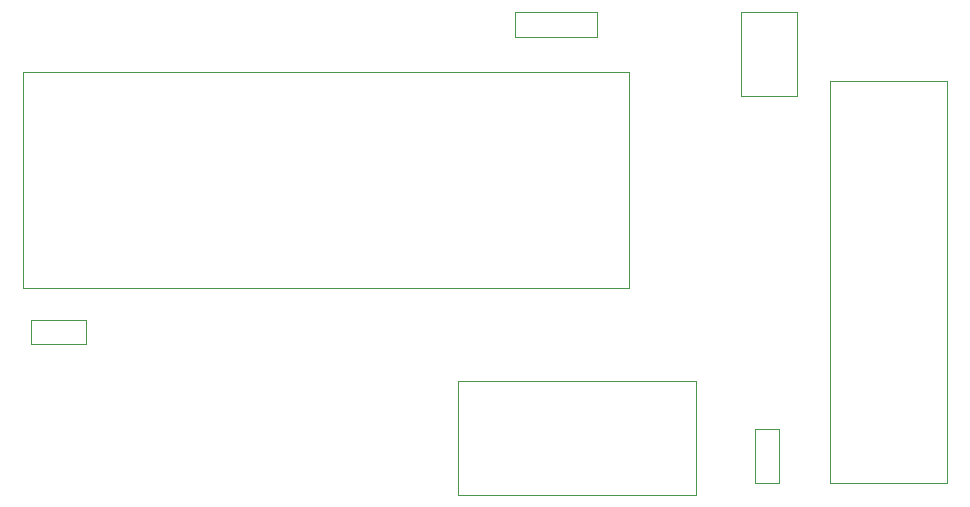
<source format=gbr>
G04 #@! TF.GenerationSoftware,KiCad,Pcbnew,8.99.0-unknown-5c22162d85~178~ubuntu22.04.1*
G04 #@! TF.CreationDate,2024-07-16T15:39:20+01:00*
G04 #@! TF.ProjectId,Lego9767,4c65676f-3937-4363-972e-6b696361645f,1.0.1*
G04 #@! TF.SameCoordinates,Original*
G04 #@! TF.FileFunction,Other,User*
%FSLAX46Y46*%
G04 Gerber Fmt 4.6, Leading zero omitted, Abs format (unit mm)*
G04 Created by KiCad (PCBNEW 8.99.0-unknown-5c22162d85~178~ubuntu22.04.1) date 2024-07-16 15:39:20*
%MOMM*%
%LPD*%
G01*
G04 APERTURE LIST*
%ADD10C,0.050000*%
G04 APERTURE END LIST*
D10*
X203641906Y-73450000D02*
X203641906Y-75550000D01*
X203641906Y-75550000D02*
X210621906Y-75550000D01*
X210621906Y-73450000D02*
X203641906Y-73450000D01*
X210621906Y-75550000D02*
X210621906Y-73450000D01*
X162040000Y-78480000D02*
X213340000Y-78480000D01*
X162040000Y-96760000D02*
X162040000Y-78480000D01*
X213340000Y-78480000D02*
X213340000Y-96760000D01*
X213340000Y-96760000D02*
X162040000Y-96760000D01*
X222761906Y-80550000D02*
X222761906Y-73450000D01*
X222761906Y-80550000D02*
X227501906Y-80550000D01*
X227501906Y-73450000D02*
X222761906Y-73450000D01*
X227501906Y-73450000D02*
X227501906Y-80550000D01*
X198825000Y-114275000D02*
X198825000Y-104665000D01*
X219015000Y-104665000D02*
X198825000Y-104665000D01*
X219015000Y-114275000D02*
X198825000Y-114275000D01*
X219015000Y-114275000D02*
X219015000Y-104665000D01*
X230320000Y-79240000D02*
X230320000Y-113300000D01*
X230320000Y-113300000D02*
X240220000Y-113300000D01*
X240220000Y-79240000D02*
X230320000Y-79240000D01*
X240220000Y-113300000D02*
X240220000Y-79240000D01*
X223950000Y-108700000D02*
X223950000Y-113300000D01*
X223950000Y-113300000D02*
X226050000Y-113300000D01*
X226050000Y-108700000D02*
X223950000Y-108700000D01*
X226050000Y-113300000D02*
X226050000Y-108700000D01*
X162700000Y-99450000D02*
X162700000Y-101550000D01*
X162700000Y-101550000D02*
X167300000Y-101550000D01*
X167300000Y-99450000D02*
X162700000Y-99450000D01*
X167300000Y-101550000D02*
X167300000Y-99450000D01*
M02*

</source>
